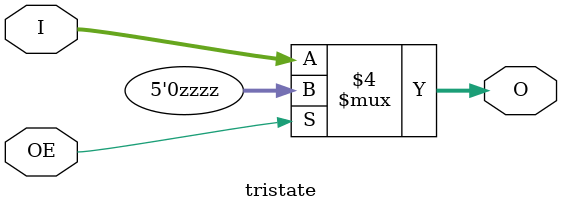
<source format=sv>
module tristate (
  input wire OE,
  input wire [4:0] I,
  output reg [4:0] O
            );
  
 // assign O = (~OE) ? I:1'bZ;
  
always @(OE or I)
begin
    if (~OE)
        O = I;
    else
        O = 4'bZZZZ;
end
endmodule


</source>
